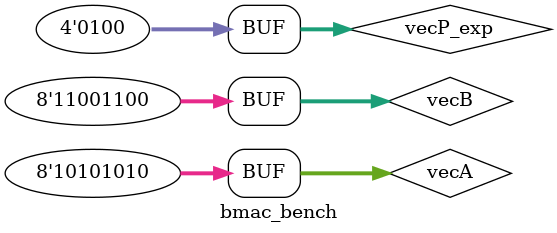
<source format=v>
`timescale 1 ns/10 ps

module bmac_bench;
   parameter VWIDTH = 8;
   parameter CWIDTH = 4;

   reg[VWIDTH-1:0] vecA, vecB;
   wire[CWIDTH-1:0] vecP;
   reg[CWIDTH-1:0] vecP_exp;

   bmac #(VWIDTH,CWIDTH) bmacI(vecA,vecB,vecP);

   initial begin
       vecA     = 8'b00000000;
       vecB     = 8'b00000000;
       vecP_exp = 4'b1000;
       #10;
       vecA     = 8'b00000001;
       vecB     = 8'b00000000;
       vecP_exp = 4'b0111;
       #10;
       vecA     = 8'b11111111;
       vecB     = 8'b00000000;
       vecP_exp = 4'b0000;
       #10;
       vecA     = 8'b00000000;
       vecB     = 8'b11111111;
       vecP_exp = 4'b0000;
       #10;
       vecA     = 8'b10101010;
       vecB     = 8'b11111111;
       vecP_exp = 4'b0100;
       #10;
       vecA     = 8'b10101010;
       vecB     = 8'b11001100;
       vecP_exp = 4'b0100;
       #10;
   end

endmodule

</source>
